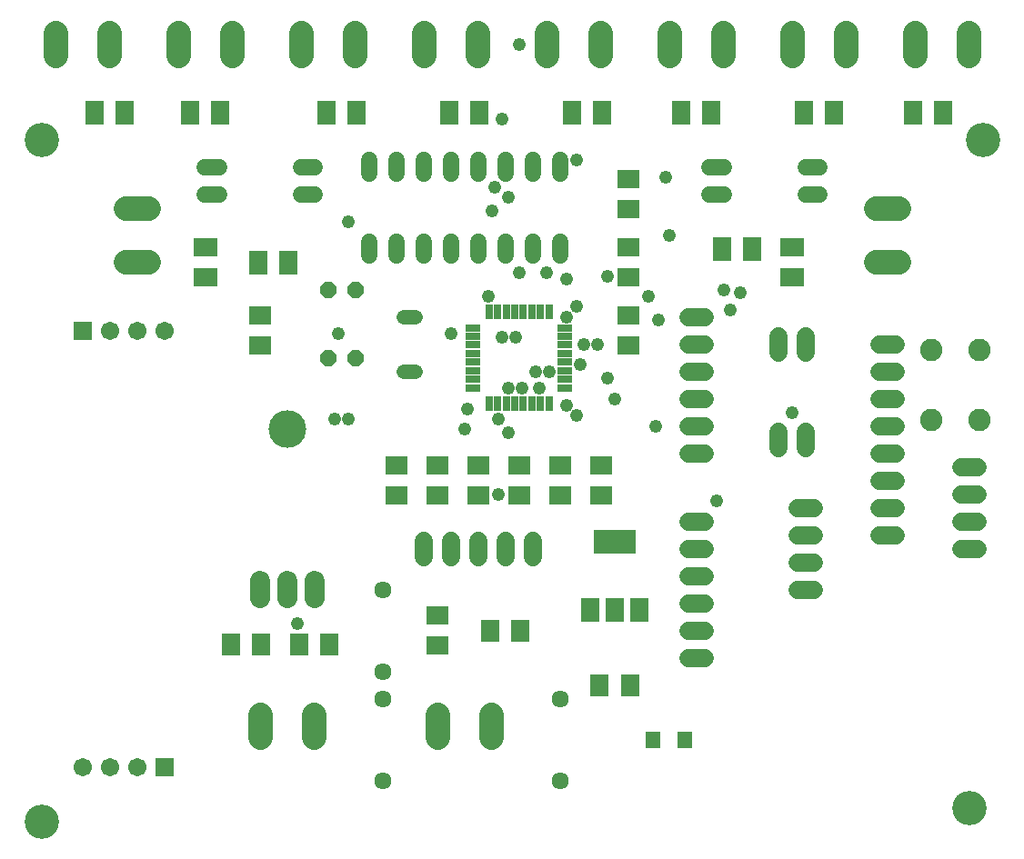
<source format=gts>
G75*
%MOIN*%
%OFA0B0*%
%FSLAX25Y25*%
%IPPOS*%
%LPD*%
%AMOC8*
5,1,8,0,0,1.08239X$1,22.5*
%
%ADD10C,0.12611*%
%ADD11R,0.05800X0.03000*%
%ADD12R,0.03000X0.05800*%
%ADD13C,0.05200*%
%ADD14OC8,0.06000*%
%ADD15R,0.07898X0.07099*%
%ADD16C,0.08200*%
%ADD17C,0.06800*%
%ADD18C,0.06000*%
%ADD19C,0.09050*%
%ADD20R,0.07099X0.08674*%
%ADD21R,0.06737X0.06737*%
%ADD22C,0.06737*%
%ADD23R,0.05524X0.06312*%
%ADD24R,0.07099X0.07898*%
%ADD25C,0.07400*%
%ADD26C,0.13800*%
%ADD27R,0.07099X0.07887*%
%ADD28R,0.06700X0.08700*%
%ADD29R,0.15800X0.08700*%
%ADD30R,0.07887X0.07099*%
%ADD31R,0.08674X0.07099*%
%ADD32C,0.06343*%
%ADD33C,0.04800*%
D10*
X0031800Y0036800D03*
X0031800Y0286800D03*
X0371800Y0041800D03*
X0376800Y0286800D03*
D11*
X0223700Y0217824D03*
X0223700Y0214674D03*
X0223700Y0211524D03*
X0223700Y0208375D03*
X0223700Y0205225D03*
X0223700Y0202076D03*
X0223700Y0198926D03*
X0223700Y0195776D03*
X0189900Y0195776D03*
X0189900Y0198926D03*
X0189900Y0202076D03*
X0189900Y0205225D03*
X0189900Y0208375D03*
X0189900Y0211524D03*
X0189900Y0214674D03*
X0189900Y0217824D03*
D12*
X0195776Y0223700D03*
X0198926Y0223700D03*
X0202076Y0223700D03*
X0205225Y0223700D03*
X0208375Y0223700D03*
X0211524Y0223700D03*
X0214674Y0223700D03*
X0217824Y0223700D03*
X0217824Y0189900D03*
X0214674Y0189900D03*
X0211524Y0189900D03*
X0208375Y0189900D03*
X0205225Y0189900D03*
X0202076Y0189900D03*
X0198926Y0189900D03*
X0195776Y0189900D03*
D13*
X0169000Y0201800D02*
X0164600Y0201800D01*
X0164600Y0221800D02*
X0169000Y0221800D01*
D14*
X0146800Y0231800D03*
X0136800Y0231800D03*
X0136800Y0206800D03*
X0146800Y0206800D03*
D15*
X0111800Y0211202D03*
X0111800Y0222398D03*
X0161800Y0167398D03*
X0161800Y0156202D03*
X0176800Y0156202D03*
X0176800Y0167398D03*
X0191800Y0167398D03*
X0191800Y0156202D03*
X0206800Y0156202D03*
X0206800Y0167398D03*
X0221800Y0167398D03*
X0221800Y0156202D03*
X0236800Y0156202D03*
X0236800Y0167398D03*
D16*
X0357900Y0184000D03*
X0375700Y0184000D03*
X0375700Y0209600D03*
X0357900Y0209600D03*
D17*
X0344800Y0211800D02*
X0338800Y0211800D01*
X0338800Y0201800D02*
X0344800Y0201800D01*
X0344800Y0191800D02*
X0338800Y0191800D01*
X0338800Y0181800D02*
X0344800Y0181800D01*
X0344800Y0171800D02*
X0338800Y0171800D01*
X0338800Y0161800D02*
X0344800Y0161800D01*
X0344800Y0151800D02*
X0338800Y0151800D01*
X0338800Y0141800D02*
X0344800Y0141800D01*
X0368800Y0136800D02*
X0374800Y0136800D01*
X0374800Y0146800D02*
X0368800Y0146800D01*
X0368800Y0156800D02*
X0374800Y0156800D01*
X0374800Y0166800D02*
X0368800Y0166800D01*
X0314800Y0151800D02*
X0308800Y0151800D01*
X0308800Y0141800D02*
X0314800Y0141800D01*
X0314800Y0131800D02*
X0308800Y0131800D01*
X0308800Y0121800D02*
X0314800Y0121800D01*
X0274800Y0116800D02*
X0268800Y0116800D01*
X0268800Y0106800D02*
X0274800Y0106800D01*
X0274800Y0096800D02*
X0268800Y0096800D01*
X0268800Y0126800D02*
X0274800Y0126800D01*
X0274800Y0136800D02*
X0268800Y0136800D01*
X0268800Y0146800D02*
X0274800Y0146800D01*
X0274800Y0171800D02*
X0268800Y0171800D01*
X0268800Y0181800D02*
X0274800Y0181800D01*
X0274800Y0191800D02*
X0268800Y0191800D01*
X0268800Y0201800D02*
X0274800Y0201800D01*
X0274800Y0211800D02*
X0268800Y0211800D01*
X0268800Y0221800D02*
X0274800Y0221800D01*
X0301800Y0214800D02*
X0301800Y0208800D01*
X0311800Y0208800D02*
X0311800Y0214800D01*
X0311800Y0179800D02*
X0311800Y0173800D01*
X0301800Y0173800D02*
X0301800Y0179800D01*
X0211800Y0139800D02*
X0211800Y0133800D01*
X0201800Y0133800D02*
X0201800Y0139800D01*
X0191800Y0139800D02*
X0191800Y0133800D01*
X0181800Y0133800D02*
X0181800Y0139800D01*
X0171800Y0139800D02*
X0171800Y0133800D01*
D18*
X0171800Y0244200D02*
X0171800Y0249400D01*
X0181800Y0249400D02*
X0181800Y0244200D01*
X0191800Y0244200D02*
X0191800Y0249400D01*
X0201800Y0249400D02*
X0201800Y0244200D01*
X0211800Y0244200D02*
X0211800Y0249400D01*
X0221800Y0249400D02*
X0221800Y0244200D01*
X0221800Y0274200D02*
X0221800Y0279400D01*
X0211800Y0279400D02*
X0211800Y0274200D01*
X0201800Y0274200D02*
X0201800Y0279400D01*
X0191800Y0279400D02*
X0191800Y0274200D01*
X0181800Y0274200D02*
X0181800Y0279400D01*
X0171800Y0279400D02*
X0171800Y0274200D01*
X0161800Y0274200D02*
X0161800Y0279400D01*
X0151800Y0279400D02*
X0151800Y0274200D01*
X0132000Y0276800D02*
X0126800Y0276800D01*
X0126800Y0266800D02*
X0132000Y0266800D01*
X0151800Y0249400D02*
X0151800Y0244200D01*
X0161800Y0244200D02*
X0161800Y0249400D01*
X0096800Y0266800D02*
X0091600Y0266800D01*
X0091600Y0276800D02*
X0096800Y0276800D01*
X0276600Y0276800D02*
X0281800Y0276800D01*
X0281800Y0266800D02*
X0276600Y0266800D01*
X0311800Y0266800D02*
X0317000Y0266800D01*
X0317000Y0276800D02*
X0311800Y0276800D01*
D19*
X0337675Y0261643D02*
X0345925Y0261643D01*
X0345925Y0241957D02*
X0337675Y0241957D01*
X0326643Y0317675D02*
X0326643Y0325925D01*
X0306957Y0325925D02*
X0306957Y0317675D01*
X0281643Y0317675D02*
X0281643Y0325925D01*
X0261957Y0325925D02*
X0261957Y0317675D01*
X0236643Y0317675D02*
X0236643Y0325925D01*
X0216957Y0325925D02*
X0216957Y0317675D01*
X0191643Y0317675D02*
X0191643Y0325925D01*
X0171957Y0325925D02*
X0171957Y0317675D01*
X0146643Y0317675D02*
X0146643Y0325925D01*
X0126957Y0325925D02*
X0126957Y0317675D01*
X0101643Y0317675D02*
X0101643Y0325925D01*
X0081957Y0325925D02*
X0081957Y0317675D01*
X0056643Y0317675D02*
X0056643Y0325925D01*
X0036957Y0325925D02*
X0036957Y0317675D01*
X0062675Y0261643D02*
X0070925Y0261643D01*
X0070925Y0241957D02*
X0062675Y0241957D01*
X0111957Y0075925D02*
X0111957Y0067675D01*
X0131643Y0067675D02*
X0131643Y0075925D01*
X0176957Y0075925D02*
X0176957Y0067675D01*
X0196643Y0067675D02*
X0196643Y0075925D01*
X0351957Y0317675D02*
X0351957Y0325925D01*
X0371643Y0325925D02*
X0371643Y0317675D01*
D20*
X0362312Y0296800D03*
X0351288Y0296800D03*
X0322312Y0296800D03*
X0311288Y0296800D03*
X0277312Y0296800D03*
X0266288Y0296800D03*
X0237312Y0296800D03*
X0226288Y0296800D03*
X0192312Y0296800D03*
X0181288Y0296800D03*
X0147312Y0296800D03*
X0136288Y0296800D03*
X0097312Y0296800D03*
X0086288Y0296800D03*
X0062312Y0296800D03*
X0051288Y0296800D03*
X0111288Y0241800D03*
X0122312Y0241800D03*
X0281288Y0246800D03*
X0292312Y0246800D03*
D21*
X0076800Y0056800D03*
X0046800Y0216800D03*
D22*
X0056800Y0216800D03*
X0066800Y0216800D03*
X0076800Y0216800D03*
X0066800Y0056800D03*
X0056800Y0056800D03*
X0046800Y0056800D03*
D23*
X0255894Y0066800D03*
X0267706Y0066800D03*
D24*
X0247398Y0086800D03*
X0236202Y0086800D03*
D25*
X0131800Y0118500D02*
X0131800Y0125100D01*
X0121800Y0125100D02*
X0121800Y0118500D01*
X0111800Y0118500D02*
X0111800Y0125100D01*
D26*
X0121800Y0180800D03*
D27*
X0196288Y0106800D03*
X0207312Y0106800D03*
X0137312Y0101800D03*
X0126288Y0101800D03*
X0112312Y0101800D03*
X0101288Y0101800D03*
D28*
X0232900Y0114400D03*
X0241900Y0114400D03*
X0250900Y0114400D03*
D29*
X0241800Y0139200D03*
D30*
X0176800Y0112312D03*
X0176800Y0101288D03*
X0246800Y0211288D03*
X0246800Y0222312D03*
X0246800Y0236288D03*
X0246800Y0247312D03*
X0246800Y0261288D03*
X0246800Y0272312D03*
D31*
X0306800Y0247312D03*
X0306800Y0236288D03*
X0091800Y0236288D03*
X0091800Y0247312D03*
D32*
X0156800Y0121800D03*
X0156800Y0091800D03*
X0156800Y0081800D03*
X0156800Y0051800D03*
X0221800Y0051800D03*
X0221800Y0081800D03*
D33*
X0199300Y0156800D03*
X0203050Y0179300D03*
X0199300Y0184300D03*
X0203050Y0195550D03*
X0208050Y0195550D03*
X0214300Y0195550D03*
X0213050Y0201800D03*
X0218050Y0201800D03*
X0229300Y0204300D03*
X0230550Y0211800D03*
X0235550Y0211800D03*
X0224300Y0221800D03*
X0228050Y0225550D03*
X0224300Y0235550D03*
X0216800Y0238050D03*
X0206800Y0238050D03*
X0195550Y0229300D03*
X0181800Y0215550D03*
X0200550Y0214300D03*
X0205550Y0214300D03*
X0224300Y0189300D03*
X0228050Y0185550D03*
X0239300Y0199300D03*
X0241800Y0191800D03*
X0256800Y0181800D03*
X0279300Y0154300D03*
X0306800Y0186800D03*
X0284300Y0224300D03*
X0288050Y0230550D03*
X0281800Y0231800D03*
X0258050Y0220550D03*
X0254300Y0229300D03*
X0239300Y0236800D03*
X0261800Y0251800D03*
X0260550Y0273050D03*
X0228050Y0279300D03*
X0203050Y0265550D03*
X0198050Y0269300D03*
X0196800Y0260550D03*
X0200550Y0294300D03*
X0206800Y0321800D03*
X0144300Y0256800D03*
X0140550Y0215550D03*
X0139300Y0184300D03*
X0144300Y0184300D03*
X0186800Y0180550D03*
X0188050Y0188050D03*
X0125550Y0109300D03*
M02*

</source>
